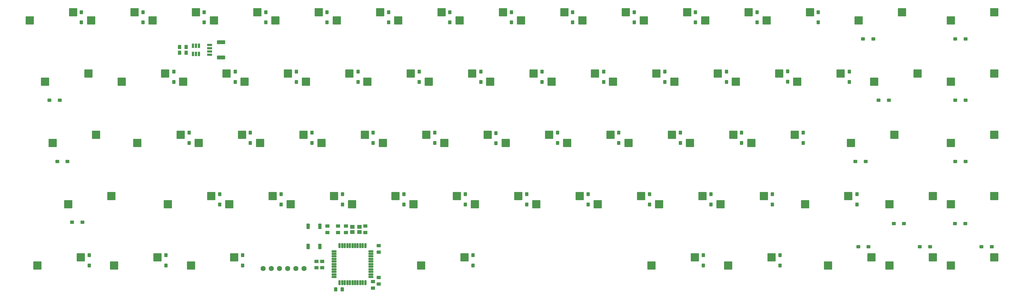
<source format=gbp>
G04*
G04 #@! TF.GenerationSoftware,Altium Limited,Altium Designer,21.6.4 (81)*
G04*
G04 Layer_Color=128*
%FSTAX24Y24*%
%MOIN*%
G70*
G04*
G04 #@! TF.SameCoordinates,245CE46D-98AB-4B62-9B0C-93C9D4342F2A*
G04*
G04*
G04 #@! TF.FilePolarity,Positive*
G04*
G01*
G75*
G04:AMPARAMS|DCode=23|XSize=39.4mil|YSize=50mil|CornerRadius=2mil|HoleSize=0mil|Usage=FLASHONLY|Rotation=90.000|XOffset=0mil|YOffset=0mil|HoleType=Round|Shape=RoundedRectangle|*
%AMROUNDEDRECTD23*
21,1,0.0394,0.0461,0,0,90.0*
21,1,0.0354,0.0500,0,0,90.0*
1,1,0.0039,0.0230,0.0177*
1,1,0.0039,0.0230,-0.0177*
1,1,0.0039,-0.0230,-0.0177*
1,1,0.0039,-0.0230,0.0177*
%
%ADD23ROUNDEDRECTD23*%
G04:AMPARAMS|DCode=24|XSize=59.1mil|YSize=23.6mil|CornerRadius=2.4mil|HoleSize=0mil|Usage=FLASHONLY|Rotation=0.000|XOffset=0mil|YOffset=0mil|HoleType=Round|Shape=RoundedRectangle|*
%AMROUNDEDRECTD24*
21,1,0.0591,0.0189,0,0,0.0*
21,1,0.0543,0.0236,0,0,0.0*
1,1,0.0047,0.0272,-0.0094*
1,1,0.0047,-0.0272,-0.0094*
1,1,0.0047,-0.0272,0.0094*
1,1,0.0047,0.0272,0.0094*
%
%ADD24ROUNDEDRECTD24*%
G04:AMPARAMS|DCode=25|XSize=59.1mil|YSize=23.6mil|CornerRadius=2.4mil|HoleSize=0mil|Usage=FLASHONLY|Rotation=270.000|XOffset=0mil|YOffset=0mil|HoleType=Round|Shape=RoundedRectangle|*
%AMROUNDEDRECTD25*
21,1,0.0591,0.0189,0,0,270.0*
21,1,0.0543,0.0236,0,0,270.0*
1,1,0.0047,-0.0094,-0.0272*
1,1,0.0047,-0.0094,0.0272*
1,1,0.0047,0.0094,0.0272*
1,1,0.0047,0.0094,-0.0272*
%
%ADD25ROUNDEDRECTD25*%
G04:AMPARAMS|DCode=26|XSize=66.9mil|YSize=39.4mil|CornerRadius=2mil|HoleSize=0mil|Usage=FLASHONLY|Rotation=270.000|XOffset=0mil|YOffset=0mil|HoleType=Round|Shape=RoundedRectangle|*
%AMROUNDEDRECTD26*
21,1,0.0669,0.0354,0,0,270.0*
21,1,0.0630,0.0394,0,0,270.0*
1,1,0.0039,-0.0177,-0.0315*
1,1,0.0039,-0.0177,0.0315*
1,1,0.0039,0.0177,0.0315*
1,1,0.0039,0.0177,-0.0315*
%
%ADD26ROUNDEDRECTD26*%
%ADD27C,0.0630*%
G04:AMPARAMS|DCode=28|XSize=39.4mil|YSize=50mil|CornerRadius=2mil|HoleSize=0mil|Usage=FLASHONLY|Rotation=0.000|XOffset=0mil|YOffset=0mil|HoleType=Round|Shape=RoundedRectangle|*
%AMROUNDEDRECTD28*
21,1,0.0394,0.0461,0,0,0.0*
21,1,0.0354,0.0500,0,0,0.0*
1,1,0.0039,0.0177,-0.0230*
1,1,0.0039,-0.0177,-0.0230*
1,1,0.0039,-0.0177,0.0230*
1,1,0.0039,0.0177,0.0230*
%
%ADD28ROUNDEDRECTD28*%
G04:AMPARAMS|DCode=29|XSize=100.4mil|YSize=98.4mil|CornerRadius=7.4mil|HoleSize=0mil|Usage=FLASHONLY|Rotation=0.000|XOffset=0mil|YOffset=0mil|HoleType=Round|Shape=RoundedRectangle|*
%AMROUNDEDRECTD29*
21,1,0.1004,0.0837,0,0,0.0*
21,1,0.0856,0.0984,0,0,0.0*
1,1,0.0148,0.0428,-0.0418*
1,1,0.0148,-0.0428,-0.0418*
1,1,0.0148,-0.0428,0.0418*
1,1,0.0148,0.0428,0.0418*
%
%ADD29ROUNDEDRECTD29*%
G04:AMPARAMS|DCode=30|XSize=55.1mil|YSize=23.6mil|CornerRadius=1.8mil|HoleSize=0mil|Usage=FLASHONLY|Rotation=90.000|XOffset=0mil|YOffset=0mil|HoleType=Round|Shape=RoundedRectangle|*
%AMROUNDEDRECTD30*
21,1,0.0551,0.0201,0,0,90.0*
21,1,0.0516,0.0236,0,0,90.0*
1,1,0.0035,0.0100,0.0258*
1,1,0.0035,0.0100,-0.0258*
1,1,0.0035,-0.0100,-0.0258*
1,1,0.0035,-0.0100,0.0258*
%
%ADD30ROUNDEDRECTD30*%
G04:AMPARAMS|DCode=31|XSize=47.2mil|YSize=98.4mil|CornerRadius=2.4mil|HoleSize=0mil|Usage=FLASHONLY|Rotation=270.000|XOffset=0mil|YOffset=0mil|HoleType=Round|Shape=RoundedRectangle|*
%AMROUNDEDRECTD31*
21,1,0.0472,0.0937,0,0,270.0*
21,1,0.0425,0.0984,0,0,270.0*
1,1,0.0047,-0.0469,-0.0213*
1,1,0.0047,-0.0469,0.0213*
1,1,0.0047,0.0469,0.0213*
1,1,0.0047,0.0469,-0.0213*
%
%ADD31ROUNDEDRECTD31*%
G04:AMPARAMS|DCode=32|XSize=23.6mil|YSize=59.1mil|CornerRadius=1.2mil|HoleSize=0mil|Usage=FLASHONLY|Rotation=270.000|XOffset=0mil|YOffset=0mil|HoleType=Round|Shape=RoundedRectangle|*
%AMROUNDEDRECTD32*
21,1,0.0236,0.0567,0,0,270.0*
21,1,0.0213,0.0591,0,0,270.0*
1,1,0.0024,-0.0283,-0.0106*
1,1,0.0024,-0.0283,0.0106*
1,1,0.0024,0.0283,0.0106*
1,1,0.0024,0.0283,-0.0106*
%
%ADD32ROUNDEDRECTD32*%
G04:AMPARAMS|DCode=33|XSize=47.2mil|YSize=39.4mil|CornerRadius=3.9mil|HoleSize=0mil|Usage=FLASHONLY|Rotation=180.000|XOffset=0mil|YOffset=0mil|HoleType=Round|Shape=RoundedRectangle|*
%AMROUNDEDRECTD33*
21,1,0.0472,0.0315,0,0,180.0*
21,1,0.0394,0.0394,0,0,180.0*
1,1,0.0079,-0.0197,0.0157*
1,1,0.0079,0.0197,0.0157*
1,1,0.0079,0.0197,-0.0157*
1,1,0.0079,-0.0197,-0.0157*
%
%ADD33ROUNDEDRECTD33*%
G04:AMPARAMS|DCode=34|XSize=47.2mil|YSize=39.4mil|CornerRadius=3.9mil|HoleSize=0mil|Usage=FLASHONLY|Rotation=270.000|XOffset=0mil|YOffset=0mil|HoleType=Round|Shape=RoundedRectangle|*
%AMROUNDEDRECTD34*
21,1,0.0472,0.0315,0,0,270.0*
21,1,0.0394,0.0394,0,0,270.0*
1,1,0.0079,-0.0157,-0.0197*
1,1,0.0079,-0.0157,0.0197*
1,1,0.0079,0.0157,0.0197*
1,1,0.0079,0.0157,-0.0197*
%
%ADD34ROUNDEDRECTD34*%
G04:AMPARAMS|DCode=35|XSize=55.1mil|YSize=47.2mil|CornerRadius=3.5mil|HoleSize=0mil|Usage=FLASHONLY|Rotation=180.000|XOffset=0mil|YOffset=0mil|HoleType=Round|Shape=RoundedRectangle|*
%AMROUNDEDRECTD35*
21,1,0.0551,0.0402,0,0,180.0*
21,1,0.0480,0.0472,0,0,180.0*
1,1,0.0071,-0.0240,0.0201*
1,1,0.0071,0.0240,0.0201*
1,1,0.0071,0.0240,-0.0201*
1,1,0.0071,-0.0240,-0.0201*
%
%ADD35ROUNDEDRECTD35*%
D23*
X05562Y018544D02*
D03*
Y017756D02*
D03*
X05493Y013356D02*
D03*
Y014144D02*
D03*
X05562Y014644D02*
D03*
Y013856D02*
D03*
X04872Y01584D02*
D03*
Y016628D02*
D03*
X04802Y01584D02*
D03*
Y016628D02*
D03*
X04935Y020156D02*
D03*
Y020944D02*
D03*
X053983Y02093D02*
D03*
Y020143D02*
D03*
X051621Y02093D02*
D03*
Y020143D02*
D03*
X05065Y020156D02*
D03*
Y020944D02*
D03*
D24*
X050139Y014711D02*
D03*
Y015026D02*
D03*
Y015341D02*
D03*
Y015656D02*
D03*
Y01597D02*
D03*
Y016285D02*
D03*
Y0166D02*
D03*
Y016915D02*
D03*
Y01723D02*
D03*
Y017545D02*
D03*
Y01786D02*
D03*
X054666D02*
D03*
Y017545D02*
D03*
Y01723D02*
D03*
Y016915D02*
D03*
Y0166D02*
D03*
Y016285D02*
D03*
Y01597D02*
D03*
Y015656D02*
D03*
Y015341D02*
D03*
Y015026D02*
D03*
Y014711D02*
D03*
D25*
X050828Y018549D02*
D03*
X051143D02*
D03*
X051457D02*
D03*
X051772D02*
D03*
X052087D02*
D03*
X052402D02*
D03*
X053977Y014022D02*
D03*
X053662D02*
D03*
X053347D02*
D03*
X053032D02*
D03*
X052717D02*
D03*
X052402D02*
D03*
X052087D02*
D03*
X051772D02*
D03*
X051457D02*
D03*
X051143D02*
D03*
X050828D02*
D03*
X053977Y018549D02*
D03*
X053662D02*
D03*
X053347D02*
D03*
X053032D02*
D03*
X052717D02*
D03*
D26*
X048428Y02091D02*
D03*
X048428Y01843D02*
D03*
X046972D02*
D03*
Y02091D02*
D03*
D27*
X0435Y01575D02*
D03*
X0445D02*
D03*
X0455D02*
D03*
X0465D02*
D03*
X0415D02*
D03*
X0425D02*
D03*
D28*
X051144Y01319D02*
D03*
X050356D02*
D03*
X031287Y042148D02*
D03*
Y042848D02*
D03*
X032074D02*
D03*
Y042148D02*
D03*
D29*
X098296Y016107D02*
D03*
X088921D02*
D03*
X060796D02*
D03*
X040778Y047107D02*
D03*
X035483Y046107D02*
D03*
X130778Y024607D02*
D03*
X125483Y023607D02*
D03*
X066091Y017107D02*
D03*
X123278D02*
D03*
X117983Y016107D02*
D03*
X094216Y017107D02*
D03*
X103591D02*
D03*
X115778D02*
D03*
X110483Y016107D02*
D03*
X130778Y017107D02*
D03*
X125483Y016107D02*
D03*
X037966Y017107D02*
D03*
X032671Y016107D02*
D03*
X019216Y017107D02*
D03*
X013921Y016107D02*
D03*
X028591Y017107D02*
D03*
X023296Y016107D02*
D03*
X022966Y024607D02*
D03*
X017671Y023607D02*
D03*
X123278Y024607D02*
D03*
X117983Y023607D02*
D03*
X112966Y024607D02*
D03*
X107671Y023607D02*
D03*
X102653Y024607D02*
D03*
X097358Y023607D02*
D03*
X095153Y024607D02*
D03*
X089858Y023607D02*
D03*
X087653Y024607D02*
D03*
X082358Y023607D02*
D03*
X080153Y024607D02*
D03*
X074858Y023607D02*
D03*
X072653Y024607D02*
D03*
X067358Y023607D02*
D03*
X065153Y024607D02*
D03*
X059858Y023607D02*
D03*
X057653Y024607D02*
D03*
X052358Y023607D02*
D03*
X050153Y024607D02*
D03*
X044858Y023607D02*
D03*
X042653Y024607D02*
D03*
X037358Y023607D02*
D03*
X035153Y024607D02*
D03*
X029858Y023607D02*
D03*
X118591Y032107D02*
D03*
X113296Y031107D02*
D03*
X130778Y032107D02*
D03*
X125483Y031107D02*
D03*
X106403Y032107D02*
D03*
X101108Y031107D02*
D03*
X098903Y032107D02*
D03*
X093608Y031107D02*
D03*
X091403Y032107D02*
D03*
X086108Y031107D02*
D03*
X083903Y032107D02*
D03*
X078608Y031107D02*
D03*
X076403Y032107D02*
D03*
X071108Y031107D02*
D03*
X068903Y032107D02*
D03*
X063608Y031107D02*
D03*
X061403Y032107D02*
D03*
X056108Y031107D02*
D03*
X053903Y032107D02*
D03*
X048608Y031107D02*
D03*
X046403Y032107D02*
D03*
X041108Y031107D02*
D03*
X038903Y032107D02*
D03*
X033608Y031107D02*
D03*
X031403Y032107D02*
D03*
X026108Y031107D02*
D03*
X021091Y032107D02*
D03*
X015796Y031107D02*
D03*
X130778Y039607D02*
D03*
X125483Y038607D02*
D03*
X121403Y039607D02*
D03*
X116108Y038607D02*
D03*
X112028Y039607D02*
D03*
X106733Y038607D02*
D03*
X104528Y039607D02*
D03*
X099233Y038607D02*
D03*
X097028Y039607D02*
D03*
X091733Y038607D02*
D03*
X089528Y039607D02*
D03*
X084233Y038607D02*
D03*
X082028Y039607D02*
D03*
X076733Y038607D02*
D03*
X074528Y039607D02*
D03*
X069233Y038607D02*
D03*
X067028Y039607D02*
D03*
X061733Y038607D02*
D03*
X059528Y039607D02*
D03*
X054233Y038607D02*
D03*
X052028Y039607D02*
D03*
X046733Y038607D02*
D03*
X044528Y039607D02*
D03*
X039233Y038607D02*
D03*
X037028Y039607D02*
D03*
X031733Y038607D02*
D03*
X029528Y039607D02*
D03*
X024233Y038607D02*
D03*
X020153Y039607D02*
D03*
X014858Y038607D02*
D03*
X119528Y047107D02*
D03*
X114233Y046107D02*
D03*
X130778Y047107D02*
D03*
X125483Y046107D02*
D03*
X108278Y047107D02*
D03*
X102983Y046107D02*
D03*
X100778Y047107D02*
D03*
X095483Y046107D02*
D03*
X093278Y047107D02*
D03*
X087983Y046107D02*
D03*
X085778Y047107D02*
D03*
X080483Y046107D02*
D03*
X078278Y047107D02*
D03*
X072983Y046107D02*
D03*
X070778Y047107D02*
D03*
X065483Y046107D02*
D03*
X063278Y047107D02*
D03*
X057983Y046107D02*
D03*
X055778Y047107D02*
D03*
X050483Y046107D02*
D03*
X048278Y047107D02*
D03*
X042983Y046107D02*
D03*
X033278Y047107D02*
D03*
X027983Y046107D02*
D03*
X025778Y047107D02*
D03*
X020483Y046107D02*
D03*
X018278Y047107D02*
D03*
X012983Y046107D02*
D03*
D30*
X033654Y042999D02*
D03*
X03328D02*
D03*
X032906D02*
D03*
Y042015D02*
D03*
X03328D02*
D03*
X033654D02*
D03*
D31*
X036343Y041562D02*
D03*
Y043452D02*
D03*
D32*
X034965Y041916D02*
D03*
Y04231D02*
D03*
Y042704D02*
D03*
Y043097D02*
D03*
D33*
X129213Y018425D02*
D03*
X121693D02*
D03*
X114173D02*
D03*
X125984Y02126D02*
D03*
X118504D02*
D03*
X01815Y021417D02*
D03*
X126024Y028858D02*
D03*
X113819D02*
D03*
X016339D02*
D03*
X126024Y036339D02*
D03*
X116654D02*
D03*
X015394D02*
D03*
X126024Y043858D02*
D03*
X114764D02*
D03*
X130472Y018425D02*
D03*
X122953D02*
D03*
X115433D02*
D03*
X119764Y02126D02*
D03*
X019409Y021417D02*
D03*
X127244Y02126D02*
D03*
X017598Y028858D02*
D03*
X115079D02*
D03*
X127283D02*
D03*
X016654Y036339D02*
D03*
X127283D02*
D03*
X117913D02*
D03*
X127283Y043858D02*
D03*
X116024D02*
D03*
D34*
X104606Y016102D02*
D03*
X095236D02*
D03*
X067126D02*
D03*
X038976D02*
D03*
X029606D02*
D03*
X020236D02*
D03*
X114016Y023583D02*
D03*
X103701D02*
D03*
X096181D02*
D03*
X088701D02*
D03*
X081181D02*
D03*
X073701D02*
D03*
X066181D02*
D03*
X058701D02*
D03*
X051181D02*
D03*
X043701D02*
D03*
X036181D02*
D03*
X107441Y031102D02*
D03*
X099921D02*
D03*
X092441D02*
D03*
X084921D02*
D03*
X077441D02*
D03*
X069921Y031063D02*
D03*
X062441Y031102D02*
D03*
X054921D02*
D03*
X047441D02*
D03*
X039921D02*
D03*
X032441D02*
D03*
X113071Y038583D02*
D03*
X105551Y038622D02*
D03*
X098071Y038583D02*
D03*
X090551D02*
D03*
X083071D02*
D03*
X075551D02*
D03*
X068071D02*
D03*
X060551D02*
D03*
X053071D02*
D03*
X045551D02*
D03*
X038071D02*
D03*
X030591D02*
D03*
X109291Y045866D02*
D03*
X101811D02*
D03*
X094291D02*
D03*
X086811D02*
D03*
X079291D02*
D03*
X071811D02*
D03*
X064291D02*
D03*
X056811D02*
D03*
X049291D02*
D03*
X041811D02*
D03*
X034291D02*
D03*
X026811D02*
D03*
X019291D02*
D03*
X020236Y017362D02*
D03*
X114016Y024843D02*
D03*
X103701D02*
D03*
X096181D02*
D03*
X088701D02*
D03*
X066181D02*
D03*
X081181D02*
D03*
X058701D02*
D03*
X051181D02*
D03*
X043701D02*
D03*
X036181D02*
D03*
X073701D02*
D03*
X104606Y017362D02*
D03*
X095236D02*
D03*
X067126D02*
D03*
X038976D02*
D03*
X029606D02*
D03*
X107441Y032362D02*
D03*
X099921D02*
D03*
X077441D02*
D03*
X092441D02*
D03*
X069921Y032323D02*
D03*
X062441Y032362D02*
D03*
X054921D02*
D03*
X047441D02*
D03*
X039921D02*
D03*
X032441D02*
D03*
X084921D02*
D03*
X105551Y039882D02*
D03*
X098071Y039843D02*
D03*
X075551D02*
D03*
X090551D02*
D03*
X068071D02*
D03*
X060551D02*
D03*
X053071D02*
D03*
X045551D02*
D03*
X038071D02*
D03*
X030591D02*
D03*
X083071D02*
D03*
X113071D02*
D03*
X026811Y047126D02*
D03*
X109291D02*
D03*
X079291D02*
D03*
X101811D02*
D03*
X094291D02*
D03*
X071811D02*
D03*
X064291D02*
D03*
X056811D02*
D03*
X049291D02*
D03*
X041811D02*
D03*
X034291D02*
D03*
X086811D02*
D03*
X019291D02*
D03*
D35*
X053235Y020221D02*
D03*
X052369D02*
D03*
Y020851D02*
D03*
X053235D02*
D03*
M02*

</source>
